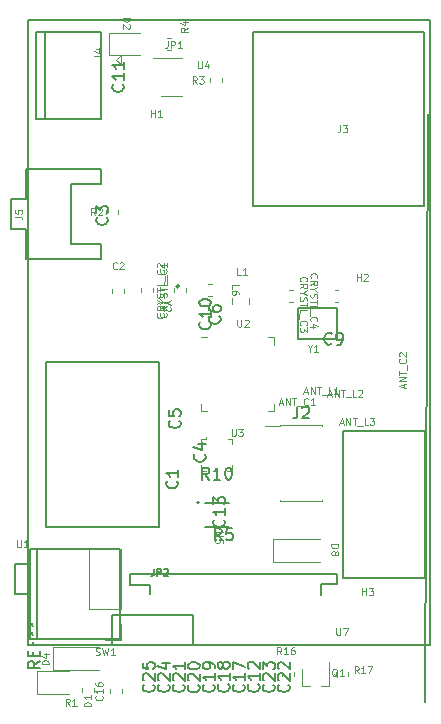
<source format=gbr>
G04 #@! TF.GenerationSoftware,KiCad,Pcbnew,(5.0.1)-rc2*
G04 #@! TF.CreationDate,2019-10-07T13:01:37-07:00*
G04 #@! TF.ProjectId,GPSLogger,4750534C6F676765722E6B696361645F,rev?*
G04 #@! TF.SameCoordinates,Original*
G04 #@! TF.FileFunction,Legend,Top*
G04 #@! TF.FilePolarity,Positive*
%FSLAX46Y46*%
G04 Gerber Fmt 4.6, Leading zero omitted, Abs format (unit mm)*
G04 Created by KiCad (PCBNEW (5.0.1)-rc2) date 10/7/2019 1:01:37 PM*
%MOMM*%
%LPD*%
G01*
G04 APERTURE LIST*
%ADD10C,0.200000*%
%ADD11C,0.150000*%
%ADD12C,0.120000*%
%ADD13C,0.100000*%
%ADD14C,0.090000*%
%ADD15C,0.127000*%
G04 APERTURE END LIST*
D10*
X165000000Y-98000000D02*
X158000000Y-98000000D01*
X165000000Y-110500000D02*
X165000000Y-98000000D01*
X158000000Y-110500000D02*
X165000000Y-110500000D01*
X158000000Y-98000000D02*
X158000000Y-110500000D01*
X165000000Y-121000000D02*
X165254000Y-71216000D01*
X144179421Y-85786000D02*
G75*
G03X144179421Y-85786000I-141421J0D01*
G01*
D11*
G04 #@! TO.C,J5*
X129960000Y-80970000D02*
X129960000Y-78430000D01*
X129960000Y-78430000D02*
X131230000Y-78430000D01*
X131230000Y-78430000D02*
X131230000Y-75890000D01*
X131230000Y-75890000D02*
X137580000Y-75890000D01*
X137580000Y-75890000D02*
X137580000Y-77160000D01*
X137580000Y-77160000D02*
X135040000Y-77160000D01*
X135040000Y-77160000D02*
X135040000Y-82240000D01*
X135040000Y-82240000D02*
X137580000Y-82240000D01*
X137580000Y-82240000D02*
X137580000Y-83510000D01*
X137580000Y-83510000D02*
X131230000Y-83510000D01*
X131230000Y-83510000D02*
X131230000Y-80970000D01*
X129960000Y-80970000D02*
X131230000Y-80970000D01*
G04 #@! TO.C,REF\002A\002A*
X145300000Y-113600000D02*
X145300000Y-116200000D01*
X138500000Y-113600000D02*
X145300000Y-113600000D01*
X138500000Y-116200000D02*
X138500000Y-113600000D01*
X131400000Y-116200000D02*
X131400000Y-63200000D01*
X131400000Y-63200000D02*
X165400000Y-63200000D01*
X165400000Y-63200000D02*
X165400000Y-116200000D01*
X165400000Y-116200000D02*
X131400000Y-116200000D01*
D12*
G04 #@! TO.C,Q1*
X155202000Y-119602000D02*
X154542000Y-119602000D01*
X156862000Y-119602000D02*
X156202000Y-119602000D01*
X156862000Y-119602000D02*
X156862000Y-117572000D01*
X154542000Y-118192000D02*
X154542000Y-119602000D01*
D11*
G04 #@! TO.C,J3*
X150376000Y-78994000D02*
X164917500Y-78994000D01*
X164917500Y-78994000D02*
X164917500Y-64262000D01*
X150376000Y-64262000D02*
X164917500Y-64262000D01*
X150376000Y-78994000D02*
X150376000Y-64262000D01*
D12*
G04 #@! TO.C,D4*
X133450000Y-116300000D02*
X133450000Y-118300000D01*
X133450000Y-118300000D02*
X137350000Y-118300000D01*
X133450000Y-116300000D02*
X137350000Y-116300000D01*
G04 #@! TO.C,D8*
X152150000Y-107150000D02*
X152150000Y-109150000D01*
X152150000Y-109150000D02*
X156050000Y-109150000D01*
X152150000Y-107150000D02*
X156050000Y-107150000D01*
G04 #@! TO.C,D1*
X132115000Y-120310000D02*
X134800000Y-120310000D01*
X132115000Y-118390000D02*
X132115000Y-120310000D01*
X134800000Y-118390000D02*
X132115000Y-118390000D01*
G04 #@! TO.C,D2*
X138190500Y-66238000D02*
X140875500Y-66238000D01*
X138190500Y-64318000D02*
X138190500Y-66238000D01*
X140875500Y-64318000D02*
X138190500Y-64318000D01*
G04 #@! TO.C,L1*
X150062000Y-87302078D02*
X150062000Y-86784922D01*
X148642000Y-87302078D02*
X148642000Y-86784922D01*
G04 #@! TO.C,U2*
X151648000Y-90098000D02*
X152218000Y-90098000D01*
X145978000Y-96338000D02*
X145978000Y-95768000D01*
X146548000Y-96338000D02*
X145978000Y-96338000D01*
X152218000Y-96338000D02*
X152218000Y-95768000D01*
X151648000Y-96338000D02*
X152218000Y-96338000D01*
X152218000Y-90718000D02*
X152218000Y-90098000D01*
X145978000Y-90098000D02*
X146548000Y-90098000D01*
G04 #@! TO.C,R2*
X137990000Y-79337221D02*
X137990000Y-79662779D01*
X139010000Y-79337221D02*
X139010000Y-79662779D01*
G04 #@! TO.C,R3*
X146810000Y-68188721D02*
X146810000Y-68514279D01*
X147830000Y-68188721D02*
X147830000Y-68514279D01*
G04 #@! TO.C,R4*
X143444279Y-64768000D02*
X143118721Y-64768000D01*
X143444279Y-65788000D02*
X143118721Y-65788000D01*
G04 #@! TO.C,R16*
X152906000Y-118480721D02*
X152906000Y-118806279D01*
X153926000Y-118480721D02*
X153926000Y-118806279D01*
G04 #@! TO.C,R17*
X157478000Y-118480721D02*
X157478000Y-118806279D01*
X158498000Y-118480721D02*
X158498000Y-118806279D01*
D11*
G04 #@! TO.C,Y1*
X154254200Y-90246200D02*
X157556200Y-90271600D01*
X154228800Y-87604600D02*
X154254200Y-90246200D01*
X157556200Y-87604600D02*
X154228800Y-87604600D01*
X157556200Y-90246200D02*
X157556200Y-87604600D01*
D12*
G04 #@! TO.C,C2*
X138490000Y-86375279D02*
X138490000Y-86049721D01*
X139510000Y-86375279D02*
X139510000Y-86049721D01*
G04 #@! TO.C,C16*
X138290000Y-119887221D02*
X138290000Y-120212779D01*
X139310000Y-119887221D02*
X139310000Y-120212779D01*
G04 #@! TO.C,CRYSTL_C1*
X144782000Y-86268779D02*
X144782000Y-85943221D01*
X143762000Y-86268779D02*
X143762000Y-85943221D01*
G04 #@! TO.C,CRYSTL_C2*
X140968000Y-86243279D02*
X140968000Y-85917721D01*
X141988000Y-86243279D02*
X141988000Y-85917721D01*
G04 #@! TO.C,CRYSTL_C3*
X157317221Y-86104000D02*
X157642779Y-86104000D01*
X157317221Y-87124000D02*
X157642779Y-87124000D01*
G04 #@! TO.C,CRYSTL_C4*
X153807279Y-87124000D02*
X153481721Y-87124000D01*
X153807279Y-86104000D02*
X153481721Y-86104000D01*
G04 #@! TO.C,J4*
X138795000Y-66587000D02*
X139245000Y-66187000D01*
X139245000Y-66187000D02*
X139245000Y-66987000D01*
X139245000Y-66987000D02*
X138795000Y-66587000D01*
D11*
X132080000Y-64262000D02*
X137580000Y-64262000D01*
X137580000Y-64262000D02*
X137580000Y-71662000D01*
X137580000Y-71662000D02*
X132080000Y-71662000D01*
X132080000Y-71662000D02*
X132080000Y-64262000D01*
X132780000Y-64262000D02*
X132780000Y-71662000D01*
X132780000Y-71662000D02*
X132080000Y-71662000D01*
D12*
G04 #@! TO.C,L6*
X146949279Y-85596000D02*
X146623721Y-85596000D01*
X146949279Y-86616000D02*
X146623721Y-86616000D01*
G04 #@! TO.C,R1*
X135940000Y-120150279D02*
X135940000Y-119824721D01*
X136960000Y-120150279D02*
X136960000Y-119824721D01*
D13*
G04 #@! TO.C,U3*
X148678000Y-101426000D02*
X148678000Y-100926000D01*
X148678000Y-101426000D02*
X148178000Y-101426000D01*
X145978000Y-101426000D02*
X145978000Y-100926000D01*
X145978000Y-101426000D02*
X146478000Y-101426000D01*
X146478000Y-98726000D02*
X146478000Y-98526000D01*
X145978000Y-98726000D02*
X145978000Y-99226000D01*
X145978000Y-98726000D02*
X146478000Y-98726000D01*
X148678000Y-98726000D02*
X148678000Y-99101000D01*
X148678000Y-98726000D02*
X148303000Y-98726000D01*
D12*
G04 #@! TO.C,U4*
X142610000Y-69682000D02*
X144410000Y-69682000D01*
X144410000Y-66462000D02*
X141960000Y-66462000D01*
D11*
G04 #@! TO.C,U5*
X146344000Y-106156000D02*
X148344000Y-106156000D01*
X148344000Y-104156000D02*
X146344000Y-104156000D01*
X145814711Y-104106000D02*
G75*
G03X145814711Y-104106000I-70711J0D01*
G01*
G04 #@! TO.C,U7*
X157486000Y-110116000D02*
X139986000Y-110116000D01*
X157486000Y-110116000D02*
X157486000Y-111016000D01*
X157486000Y-111016000D02*
X156186000Y-111016000D01*
X156186000Y-111016000D02*
X156186000Y-111916000D01*
X139986000Y-110116000D02*
X139986000Y-111116000D01*
X139986000Y-111116000D02*
X141686000Y-111116000D01*
X141686000Y-111116000D02*
X141686000Y-111816000D01*
D12*
G04 #@! TO.C,SW1*
X139230000Y-107990000D02*
X136570000Y-107990000D01*
X139230000Y-113130000D02*
X139230000Y-107990000D01*
X136570000Y-113130000D02*
X136570000Y-107990000D01*
X139230000Y-113130000D02*
X136570000Y-113130000D01*
X139230000Y-114400000D02*
X139230000Y-115730000D01*
X139230000Y-115730000D02*
X137900000Y-115730000D01*
D11*
X139170000Y-115670000D02*
X132100000Y-115670000D01*
X139170000Y-108050000D02*
X139170000Y-115670000D01*
X139170000Y-108050000D02*
X132100000Y-108050000D01*
X132100000Y-108050000D02*
X132100000Y-115670000D01*
X131550000Y-115670000D02*
X132820000Y-115670000D01*
X132820000Y-115670000D02*
X131550000Y-115670000D01*
X131550000Y-115670000D02*
X131550000Y-108050000D01*
X131550000Y-108050000D02*
X132820000Y-108050000D01*
X132820000Y-108050000D02*
X131550000Y-108050000D01*
X131550000Y-109320000D02*
X130280000Y-109320000D01*
X130280000Y-109320000D02*
X130280000Y-110590000D01*
X130280000Y-110590000D02*
X130280000Y-111860000D01*
X130280000Y-111860000D02*
X131550000Y-111860000D01*
G04 #@! TO.C,U1*
X142494000Y-92172000D02*
X132894000Y-92172000D01*
X132894000Y-92172000D02*
X132894000Y-106172000D01*
X142494000Y-106172000D02*
X142494000Y-92172000D01*
X142494000Y-106172000D02*
X132894000Y-106172000D01*
D12*
G04 #@! TO.C,J2*
X152735000Y-97515000D02*
X156265000Y-97515000D01*
X152735000Y-103985000D02*
X156265000Y-103985000D01*
X151410000Y-97580000D02*
X152735000Y-97580000D01*
X152735000Y-97515000D02*
X152735000Y-97580000D01*
X156265000Y-97515000D02*
X156265000Y-97580000D01*
X152735000Y-103920000D02*
X152735000Y-103985000D01*
X156265000Y-103920000D02*
X156265000Y-103985000D01*
G04 #@! TO.C,J5*
D14*
X130266428Y-79900000D02*
X130695000Y-79900000D01*
X130780714Y-79928571D01*
X130837857Y-79985714D01*
X130866428Y-80071428D01*
X130866428Y-80128571D01*
X130266428Y-79328571D02*
X130266428Y-79614285D01*
X130552142Y-79642857D01*
X130523571Y-79614285D01*
X130495000Y-79557142D01*
X130495000Y-79414285D01*
X130523571Y-79357142D01*
X130552142Y-79328571D01*
X130609285Y-79300000D01*
X130752142Y-79300000D01*
X130809285Y-79328571D01*
X130837857Y-79357142D01*
X130866428Y-79414285D01*
X130866428Y-79557142D01*
X130837857Y-79614285D01*
X130809285Y-79642857D01*
G04 #@! TO.C,REF\002A\002A*
D11*
X132352380Y-117533333D02*
X131876190Y-117866666D01*
X132352380Y-118104761D02*
X131352380Y-118104761D01*
X131352380Y-117723809D01*
X131400000Y-117628571D01*
X131447619Y-117580952D01*
X131542857Y-117533333D01*
X131685714Y-117533333D01*
X131780952Y-117580952D01*
X131828571Y-117628571D01*
X131876190Y-117723809D01*
X131876190Y-118104761D01*
X131828571Y-117104761D02*
X131828571Y-116771428D01*
X132352380Y-116628571D02*
X132352380Y-117104761D01*
X131352380Y-117104761D01*
X131352380Y-116628571D01*
X131828571Y-115866666D02*
X131828571Y-116200000D01*
X132352380Y-116200000D02*
X131352380Y-116200000D01*
X131352380Y-115723809D01*
X131352380Y-115200000D02*
X131590476Y-115200000D01*
X131495238Y-115438095D02*
X131590476Y-115200000D01*
X131495238Y-114961904D01*
X131780952Y-115342857D02*
X131590476Y-115200000D01*
X131780952Y-115057142D01*
X131352380Y-114438095D02*
X131590476Y-114438095D01*
X131495238Y-114676190D02*
X131590476Y-114438095D01*
X131495238Y-114200000D01*
X131780952Y-114580952D02*
X131590476Y-114438095D01*
X131780952Y-114295238D01*
G04 #@! TO.C,Q1*
D14*
X157549357Y-118835571D02*
X157492214Y-118807000D01*
X157435071Y-118749857D01*
X157349357Y-118664142D01*
X157292214Y-118635571D01*
X157235071Y-118635571D01*
X157263642Y-118778428D02*
X157206500Y-118749857D01*
X157149357Y-118692714D01*
X157120785Y-118578428D01*
X157120785Y-118378428D01*
X157149357Y-118264142D01*
X157206500Y-118207000D01*
X157263642Y-118178428D01*
X157377928Y-118178428D01*
X157435071Y-118207000D01*
X157492214Y-118264142D01*
X157520785Y-118378428D01*
X157520785Y-118578428D01*
X157492214Y-118692714D01*
X157435071Y-118749857D01*
X157377928Y-118778428D01*
X157263642Y-118778428D01*
X158092214Y-118778428D02*
X157749357Y-118778428D01*
X157920785Y-118778428D02*
X157920785Y-118178428D01*
X157863642Y-118264142D01*
X157806500Y-118321285D01*
X157749357Y-118349857D01*
G04 #@! TO.C,J3*
X157810000Y-72157428D02*
X157810000Y-72586000D01*
X157781428Y-72671714D01*
X157724285Y-72728857D01*
X157638571Y-72757428D01*
X157581428Y-72757428D01*
X158038571Y-72157428D02*
X158410000Y-72157428D01*
X158210000Y-72386000D01*
X158295714Y-72386000D01*
X158352857Y-72414571D01*
X158381428Y-72443142D01*
X158410000Y-72500285D01*
X158410000Y-72643142D01*
X158381428Y-72700285D01*
X158352857Y-72728857D01*
X158295714Y-72757428D01*
X158124285Y-72757428D01*
X158067142Y-72728857D01*
X158038571Y-72700285D01*
G04 #@! TO.C,D4*
X133113928Y-117806357D02*
X132513928Y-117806357D01*
X132513928Y-117663500D01*
X132542500Y-117577785D01*
X132599642Y-117520642D01*
X132656785Y-117492071D01*
X132771071Y-117463500D01*
X132856785Y-117463500D01*
X132971071Y-117492071D01*
X133028214Y-117520642D01*
X133085357Y-117577785D01*
X133113928Y-117663500D01*
X133113928Y-117806357D01*
X132713928Y-116949214D02*
X133113928Y-116949214D01*
X132485357Y-117092071D02*
X132913928Y-117234928D01*
X132913928Y-116863500D01*
G04 #@! TO.C,D8*
X157049571Y-107643642D02*
X157649571Y-107643642D01*
X157649571Y-107786500D01*
X157621000Y-107872214D01*
X157563857Y-107929357D01*
X157506714Y-107957928D01*
X157392428Y-107986500D01*
X157306714Y-107986500D01*
X157192428Y-107957928D01*
X157135285Y-107929357D01*
X157078142Y-107872214D01*
X157049571Y-107786500D01*
X157049571Y-107643642D01*
X157392428Y-108329357D02*
X157421000Y-108272214D01*
X157449571Y-108243642D01*
X157506714Y-108215071D01*
X157535285Y-108215071D01*
X157592428Y-108243642D01*
X157621000Y-108272214D01*
X157649571Y-108329357D01*
X157649571Y-108443642D01*
X157621000Y-108500785D01*
X157592428Y-108529357D01*
X157535285Y-108557928D01*
X157506714Y-108557928D01*
X157449571Y-108529357D01*
X157421000Y-108500785D01*
X157392428Y-108443642D01*
X157392428Y-108329357D01*
X157363857Y-108272214D01*
X157335285Y-108243642D01*
X157278142Y-108215071D01*
X157163857Y-108215071D01*
X157106714Y-108243642D01*
X157078142Y-108272214D01*
X157049571Y-108329357D01*
X157049571Y-108443642D01*
X157078142Y-108500785D01*
X157106714Y-108529357D01*
X157163857Y-108557928D01*
X157278142Y-108557928D01*
X157335285Y-108529357D01*
X157363857Y-108500785D01*
X157392428Y-108443642D01*
G04 #@! TO.C,D1*
X136710728Y-121342257D02*
X136110728Y-121342257D01*
X136110728Y-121199400D01*
X136139300Y-121113685D01*
X136196442Y-121056542D01*
X136253585Y-121027971D01*
X136367871Y-120999400D01*
X136453585Y-120999400D01*
X136567871Y-121027971D01*
X136625014Y-121056542D01*
X136682157Y-121113685D01*
X136710728Y-121199400D01*
X136710728Y-121342257D01*
X136710728Y-120427971D02*
X136710728Y-120770828D01*
X136710728Y-120599400D02*
X136110728Y-120599400D01*
X136196442Y-120656542D01*
X136253585Y-120713685D01*
X136282157Y-120770828D01*
G04 #@! TO.C,D2*
X139408571Y-63048942D02*
X140008571Y-63048942D01*
X140008571Y-63191800D01*
X139980000Y-63277514D01*
X139922857Y-63334657D01*
X139865714Y-63363228D01*
X139751428Y-63391800D01*
X139665714Y-63391800D01*
X139551428Y-63363228D01*
X139494285Y-63334657D01*
X139437142Y-63277514D01*
X139408571Y-63191800D01*
X139408571Y-63048942D01*
X139951428Y-63620371D02*
X139980000Y-63648942D01*
X140008571Y-63706085D01*
X140008571Y-63848942D01*
X139980000Y-63906085D01*
X139951428Y-63934657D01*
X139894285Y-63963228D01*
X139837142Y-63963228D01*
X139751428Y-63934657D01*
X139408571Y-63591800D01*
X139408571Y-63963228D01*
G04 #@! TO.C,L1*
X149384500Y-84819928D02*
X149098785Y-84819928D01*
X149098785Y-84219928D01*
X149898785Y-84819928D02*
X149555928Y-84819928D01*
X149727357Y-84819928D02*
X149727357Y-84219928D01*
X149670214Y-84305642D01*
X149613071Y-84362785D01*
X149555928Y-84391357D01*
G04 #@! TO.C,U2*
X149096931Y-88607902D02*
X149096931Y-89093616D01*
X149125502Y-89150759D01*
X149154074Y-89179331D01*
X149211216Y-89207902D01*
X149325502Y-89207902D01*
X149382645Y-89179331D01*
X149411216Y-89150759D01*
X149439788Y-89093616D01*
X149439788Y-88607902D01*
X149696931Y-88665045D02*
X149725502Y-88636474D01*
X149782645Y-88607902D01*
X149925502Y-88607902D01*
X149982645Y-88636474D01*
X150011216Y-88665045D01*
X150039788Y-88722188D01*
X150039788Y-88779331D01*
X150011216Y-88865045D01*
X149668359Y-89207902D01*
X150039788Y-89207902D01*
G04 #@! TO.C,JP1*
X143193400Y-65045428D02*
X143193400Y-65474000D01*
X143164828Y-65559714D01*
X143107685Y-65616857D01*
X143021971Y-65645428D01*
X142964828Y-65645428D01*
X143479114Y-65645428D02*
X143479114Y-65045428D01*
X143707685Y-65045428D01*
X143764828Y-65074000D01*
X143793400Y-65102571D01*
X143821971Y-65159714D01*
X143821971Y-65245428D01*
X143793400Y-65302571D01*
X143764828Y-65331142D01*
X143707685Y-65359714D01*
X143479114Y-65359714D01*
X144393400Y-65645428D02*
X144050542Y-65645428D01*
X144221971Y-65645428D02*
X144221971Y-65045428D01*
X144164828Y-65131142D01*
X144107685Y-65188285D01*
X144050542Y-65216857D01*
G04 #@! TO.C,R2*
X137062000Y-79765928D02*
X136862000Y-79480214D01*
X136719142Y-79765928D02*
X136719142Y-79165928D01*
X136947714Y-79165928D01*
X137004857Y-79194500D01*
X137033428Y-79223071D01*
X137062000Y-79280214D01*
X137062000Y-79365928D01*
X137033428Y-79423071D01*
X137004857Y-79451642D01*
X136947714Y-79480214D01*
X136719142Y-79480214D01*
X137290571Y-79223071D02*
X137319142Y-79194500D01*
X137376285Y-79165928D01*
X137519142Y-79165928D01*
X137576285Y-79194500D01*
X137604857Y-79223071D01*
X137633428Y-79280214D01*
X137633428Y-79337357D01*
X137604857Y-79423071D01*
X137262000Y-79765928D01*
X137633428Y-79765928D01*
G04 #@! TO.C,R3*
X145657900Y-68622928D02*
X145457900Y-68337214D01*
X145315042Y-68622928D02*
X145315042Y-68022928D01*
X145543614Y-68022928D01*
X145600757Y-68051500D01*
X145629328Y-68080071D01*
X145657900Y-68137214D01*
X145657900Y-68222928D01*
X145629328Y-68280071D01*
X145600757Y-68308642D01*
X145543614Y-68337214D01*
X145315042Y-68337214D01*
X145857900Y-68022928D02*
X146229328Y-68022928D01*
X146029328Y-68251500D01*
X146115042Y-68251500D01*
X146172185Y-68280071D01*
X146200757Y-68308642D01*
X146229328Y-68365785D01*
X146229328Y-68508642D01*
X146200757Y-68565785D01*
X146172185Y-68594357D01*
X146115042Y-68622928D01*
X145943614Y-68622928D01*
X145886471Y-68594357D01*
X145857900Y-68565785D01*
G04 #@! TO.C,R4*
X144899228Y-63904800D02*
X144613514Y-64104800D01*
X144899228Y-64247657D02*
X144299228Y-64247657D01*
X144299228Y-64019085D01*
X144327800Y-63961942D01*
X144356371Y-63933371D01*
X144413514Y-63904800D01*
X144499228Y-63904800D01*
X144556371Y-63933371D01*
X144584942Y-63961942D01*
X144613514Y-64019085D01*
X144613514Y-64247657D01*
X144499228Y-63390514D02*
X144899228Y-63390514D01*
X144270657Y-63533371D02*
X144699228Y-63676228D01*
X144699228Y-63304800D01*
G04 #@! TO.C,R16*
X152813485Y-116963028D02*
X152613485Y-116677314D01*
X152470628Y-116963028D02*
X152470628Y-116363028D01*
X152699200Y-116363028D01*
X152756342Y-116391600D01*
X152784914Y-116420171D01*
X152813485Y-116477314D01*
X152813485Y-116563028D01*
X152784914Y-116620171D01*
X152756342Y-116648742D01*
X152699200Y-116677314D01*
X152470628Y-116677314D01*
X153384914Y-116963028D02*
X153042057Y-116963028D01*
X153213485Y-116963028D02*
X153213485Y-116363028D01*
X153156342Y-116448742D01*
X153099200Y-116505885D01*
X153042057Y-116534457D01*
X153899200Y-116363028D02*
X153784914Y-116363028D01*
X153727771Y-116391600D01*
X153699200Y-116420171D01*
X153642057Y-116505885D01*
X153613485Y-116620171D01*
X153613485Y-116848742D01*
X153642057Y-116905885D01*
X153670628Y-116934457D01*
X153727771Y-116963028D01*
X153842057Y-116963028D01*
X153899200Y-116934457D01*
X153927771Y-116905885D01*
X153956342Y-116848742D01*
X153956342Y-116705885D01*
X153927771Y-116648742D01*
X153899200Y-116620171D01*
X153842057Y-116591600D01*
X153727771Y-116591600D01*
X153670628Y-116620171D01*
X153642057Y-116648742D01*
X153613485Y-116705885D01*
G04 #@! TO.C,R17*
X159358285Y-118563028D02*
X159158285Y-118277314D01*
X159015428Y-118563028D02*
X159015428Y-117963028D01*
X159244000Y-117963028D01*
X159301142Y-117991600D01*
X159329714Y-118020171D01*
X159358285Y-118077314D01*
X159358285Y-118163028D01*
X159329714Y-118220171D01*
X159301142Y-118248742D01*
X159244000Y-118277314D01*
X159015428Y-118277314D01*
X159929714Y-118563028D02*
X159586857Y-118563028D01*
X159758285Y-118563028D02*
X159758285Y-117963028D01*
X159701142Y-118048742D01*
X159644000Y-118105885D01*
X159586857Y-118134457D01*
X160129714Y-117963028D02*
X160529714Y-117963028D01*
X160272571Y-118563028D01*
G04 #@! TO.C,Y1*
X155240285Y-91047714D02*
X155240285Y-91333428D01*
X155040285Y-90733428D02*
X155240285Y-91047714D01*
X155440285Y-90733428D01*
X155954571Y-91333428D02*
X155611714Y-91333428D01*
X155783142Y-91333428D02*
X155783142Y-90733428D01*
X155726000Y-90819142D01*
X155668857Y-90876285D01*
X155611714Y-90904857D01*
G04 #@! TO.C,Y2*
X143123785Y-87174285D02*
X142838071Y-87174285D01*
X143438071Y-86974285D02*
X143123785Y-87174285D01*
X143438071Y-87374285D01*
X143380928Y-87545714D02*
X143409500Y-87574285D01*
X143438071Y-87631428D01*
X143438071Y-87774285D01*
X143409500Y-87831428D01*
X143380928Y-87860000D01*
X143323785Y-87888571D01*
X143266642Y-87888571D01*
X143180928Y-87860000D01*
X142838071Y-87517142D01*
X142838071Y-87888571D01*
G04 #@! TO.C,ANT_C1*
X152648900Y-95697000D02*
X152934614Y-95697000D01*
X152591757Y-95868428D02*
X152791757Y-95268428D01*
X152991757Y-95868428D01*
X153191757Y-95868428D02*
X153191757Y-95268428D01*
X153534614Y-95868428D01*
X153534614Y-95268428D01*
X153734614Y-95268428D02*
X154077471Y-95268428D01*
X153906042Y-95868428D02*
X153906042Y-95268428D01*
X154134614Y-95925571D02*
X154591757Y-95925571D01*
X155077471Y-95811285D02*
X155048900Y-95839857D01*
X154963185Y-95868428D01*
X154906042Y-95868428D01*
X154820328Y-95839857D01*
X154763185Y-95782714D01*
X154734614Y-95725571D01*
X154706042Y-95611285D01*
X154706042Y-95525571D01*
X154734614Y-95411285D01*
X154763185Y-95354142D01*
X154820328Y-95297000D01*
X154906042Y-95268428D01*
X154963185Y-95268428D01*
X155048900Y-95297000D01*
X155077471Y-95325571D01*
X155648900Y-95868428D02*
X155306042Y-95868428D01*
X155477471Y-95868428D02*
X155477471Y-95268428D01*
X155420328Y-95354142D01*
X155363185Y-95411285D01*
X155306042Y-95439857D01*
G04 #@! TO.C,ANT_C2*
X163216000Y-94372000D02*
X163216000Y-94086285D01*
X163387428Y-94429142D02*
X162787428Y-94229142D01*
X163387428Y-94029142D01*
X163387428Y-93829142D02*
X162787428Y-93829142D01*
X163387428Y-93486285D01*
X162787428Y-93486285D01*
X162787428Y-93286285D02*
X162787428Y-92943428D01*
X163387428Y-93114857D02*
X162787428Y-93114857D01*
X163444571Y-92886285D02*
X163444571Y-92429142D01*
X163330285Y-91943428D02*
X163358857Y-91972000D01*
X163387428Y-92057714D01*
X163387428Y-92114857D01*
X163358857Y-92200571D01*
X163301714Y-92257714D01*
X163244571Y-92286285D01*
X163130285Y-92314857D01*
X163044571Y-92314857D01*
X162930285Y-92286285D01*
X162873142Y-92257714D01*
X162816000Y-92200571D01*
X162787428Y-92114857D01*
X162787428Y-92057714D01*
X162816000Y-91972000D01*
X162844571Y-91943428D01*
X162844571Y-91714857D02*
X162816000Y-91686285D01*
X162787428Y-91629142D01*
X162787428Y-91486285D01*
X162816000Y-91429142D01*
X162844571Y-91400571D01*
X162901714Y-91372000D01*
X162958857Y-91372000D01*
X163044571Y-91400571D01*
X163387428Y-91743428D01*
X163387428Y-91372000D01*
G04 #@! TO.C,ANT_L1*
X154744142Y-94742000D02*
X155029857Y-94742000D01*
X154687000Y-94913428D02*
X154887000Y-94313428D01*
X155087000Y-94913428D01*
X155287000Y-94913428D02*
X155287000Y-94313428D01*
X155629857Y-94913428D01*
X155629857Y-94313428D01*
X155829857Y-94313428D02*
X156172714Y-94313428D01*
X156001285Y-94913428D02*
X156001285Y-94313428D01*
X156229857Y-94970571D02*
X156687000Y-94970571D01*
X157115571Y-94913428D02*
X156829857Y-94913428D01*
X156829857Y-94313428D01*
X157629857Y-94913428D02*
X157287000Y-94913428D01*
X157458428Y-94913428D02*
X157458428Y-94313428D01*
X157401285Y-94399142D01*
X157344142Y-94456285D01*
X157287000Y-94484857D01*
G04 #@! TO.C,ANT_L2*
X156773142Y-94972000D02*
X157058857Y-94972000D01*
X156716000Y-95143428D02*
X156916000Y-94543428D01*
X157116000Y-95143428D01*
X157316000Y-95143428D02*
X157316000Y-94543428D01*
X157658857Y-95143428D01*
X157658857Y-94543428D01*
X157858857Y-94543428D02*
X158201714Y-94543428D01*
X158030285Y-95143428D02*
X158030285Y-94543428D01*
X158258857Y-95200571D02*
X158716000Y-95200571D01*
X159144571Y-95143428D02*
X158858857Y-95143428D01*
X158858857Y-94543428D01*
X159316000Y-94600571D02*
X159344571Y-94572000D01*
X159401714Y-94543428D01*
X159544571Y-94543428D01*
X159601714Y-94572000D01*
X159630285Y-94600571D01*
X159658857Y-94657714D01*
X159658857Y-94714857D01*
X159630285Y-94800571D01*
X159287428Y-95143428D01*
X159658857Y-95143428D01*
G04 #@! TO.C,ANT_L3*
X157773142Y-97372000D02*
X158058857Y-97372000D01*
X157716000Y-97543428D02*
X157916000Y-96943428D01*
X158116000Y-97543428D01*
X158316000Y-97543428D02*
X158316000Y-96943428D01*
X158658857Y-97543428D01*
X158658857Y-96943428D01*
X158858857Y-96943428D02*
X159201714Y-96943428D01*
X159030285Y-97543428D02*
X159030285Y-96943428D01*
X159258857Y-97600571D02*
X159716000Y-97600571D01*
X160144571Y-97543428D02*
X159858857Y-97543428D01*
X159858857Y-96943428D01*
X160287428Y-96943428D02*
X160658857Y-96943428D01*
X160458857Y-97172000D01*
X160544571Y-97172000D01*
X160601714Y-97200571D01*
X160630285Y-97229142D01*
X160658857Y-97286285D01*
X160658857Y-97429142D01*
X160630285Y-97486285D01*
X160601714Y-97514857D01*
X160544571Y-97543428D01*
X160373142Y-97543428D01*
X160316000Y-97514857D01*
X160287428Y-97486285D01*
G04 #@! TO.C,C2*
X138900000Y-84305785D02*
X138871428Y-84334357D01*
X138785714Y-84362928D01*
X138728571Y-84362928D01*
X138642857Y-84334357D01*
X138585714Y-84277214D01*
X138557142Y-84220071D01*
X138528571Y-84105785D01*
X138528571Y-84020071D01*
X138557142Y-83905785D01*
X138585714Y-83848642D01*
X138642857Y-83791500D01*
X138728571Y-83762928D01*
X138785714Y-83762928D01*
X138871428Y-83791500D01*
X138900000Y-83820071D01*
X139128571Y-83820071D02*
X139157142Y-83791500D01*
X139214285Y-83762928D01*
X139357142Y-83762928D01*
X139414285Y-83791500D01*
X139442857Y-83820071D01*
X139471428Y-83877214D01*
X139471428Y-83934357D01*
X139442857Y-84020071D01*
X139100000Y-84362928D01*
X139471428Y-84362928D01*
G04 #@! TO.C,C16*
X137617285Y-120461214D02*
X137645857Y-120489785D01*
X137674428Y-120575500D01*
X137674428Y-120632642D01*
X137645857Y-120718357D01*
X137588714Y-120775500D01*
X137531571Y-120804071D01*
X137417285Y-120832642D01*
X137331571Y-120832642D01*
X137217285Y-120804071D01*
X137160142Y-120775500D01*
X137103000Y-120718357D01*
X137074428Y-120632642D01*
X137074428Y-120575500D01*
X137103000Y-120489785D01*
X137131571Y-120461214D01*
X137674428Y-119889785D02*
X137674428Y-120232642D01*
X137674428Y-120061214D02*
X137074428Y-120061214D01*
X137160142Y-120118357D01*
X137217285Y-120175500D01*
X137245857Y-120232642D01*
X137074428Y-119375500D02*
X137074428Y-119489785D01*
X137103000Y-119546928D01*
X137131571Y-119575500D01*
X137217285Y-119632642D01*
X137331571Y-119661214D01*
X137560142Y-119661214D01*
X137617285Y-119632642D01*
X137645857Y-119604071D01*
X137674428Y-119546928D01*
X137674428Y-119432642D01*
X137645857Y-119375500D01*
X137617285Y-119346928D01*
X137560142Y-119318357D01*
X137417285Y-119318357D01*
X137360142Y-119346928D01*
X137331571Y-119375500D01*
X137303000Y-119432642D01*
X137303000Y-119546928D01*
X137331571Y-119604071D01*
X137360142Y-119632642D01*
X137417285Y-119661214D01*
G04 #@! TO.C,CRYSTL_C1*
X143056285Y-88048857D02*
X143084857Y-88077428D01*
X143113428Y-88163142D01*
X143113428Y-88220285D01*
X143084857Y-88306000D01*
X143027714Y-88363142D01*
X142970571Y-88391714D01*
X142856285Y-88420285D01*
X142770571Y-88420285D01*
X142656285Y-88391714D01*
X142599142Y-88363142D01*
X142542000Y-88306000D01*
X142513428Y-88220285D01*
X142513428Y-88163142D01*
X142542000Y-88077428D01*
X142570571Y-88048857D01*
X143113428Y-87448857D02*
X142827714Y-87648857D01*
X143113428Y-87791714D02*
X142513428Y-87791714D01*
X142513428Y-87563142D01*
X142542000Y-87506000D01*
X142570571Y-87477428D01*
X142627714Y-87448857D01*
X142713428Y-87448857D01*
X142770571Y-87477428D01*
X142799142Y-87506000D01*
X142827714Y-87563142D01*
X142827714Y-87791714D01*
X142827714Y-87077428D02*
X143113428Y-87077428D01*
X142513428Y-87277428D02*
X142827714Y-87077428D01*
X142513428Y-86877428D01*
X143084857Y-86706000D02*
X143113428Y-86620285D01*
X143113428Y-86477428D01*
X143084857Y-86420285D01*
X143056285Y-86391714D01*
X142999142Y-86363142D01*
X142942000Y-86363142D01*
X142884857Y-86391714D01*
X142856285Y-86420285D01*
X142827714Y-86477428D01*
X142799142Y-86591714D01*
X142770571Y-86648857D01*
X142742000Y-86677428D01*
X142684857Y-86706000D01*
X142627714Y-86706000D01*
X142570571Y-86677428D01*
X142542000Y-86648857D01*
X142513428Y-86591714D01*
X142513428Y-86448857D01*
X142542000Y-86363142D01*
X142513428Y-86191714D02*
X142513428Y-85848857D01*
X143113428Y-86020285D02*
X142513428Y-86020285D01*
X143113428Y-85363142D02*
X143113428Y-85648857D01*
X142513428Y-85648857D01*
X143170571Y-85306000D02*
X143170571Y-84848857D01*
X143056285Y-84363142D02*
X143084857Y-84391714D01*
X143113428Y-84477428D01*
X143113428Y-84534571D01*
X143084857Y-84620285D01*
X143027714Y-84677428D01*
X142970571Y-84706000D01*
X142856285Y-84734571D01*
X142770571Y-84734571D01*
X142656285Y-84706000D01*
X142599142Y-84677428D01*
X142542000Y-84620285D01*
X142513428Y-84534571D01*
X142513428Y-84477428D01*
X142542000Y-84391714D01*
X142570571Y-84363142D01*
X143113428Y-83791714D02*
X143113428Y-84134571D01*
X143113428Y-83963142D02*
X142513428Y-83963142D01*
X142599142Y-84020285D01*
X142656285Y-84077428D01*
X142684857Y-84134571D01*
G04 #@! TO.C,CRYSTL_C2*
X142809785Y-88091357D02*
X142838357Y-88119928D01*
X142866928Y-88205642D01*
X142866928Y-88262785D01*
X142838357Y-88348500D01*
X142781214Y-88405642D01*
X142724071Y-88434214D01*
X142609785Y-88462785D01*
X142524071Y-88462785D01*
X142409785Y-88434214D01*
X142352642Y-88405642D01*
X142295500Y-88348500D01*
X142266928Y-88262785D01*
X142266928Y-88205642D01*
X142295500Y-88119928D01*
X142324071Y-88091357D01*
X142866928Y-87491357D02*
X142581214Y-87691357D01*
X142866928Y-87834214D02*
X142266928Y-87834214D01*
X142266928Y-87605642D01*
X142295500Y-87548500D01*
X142324071Y-87519928D01*
X142381214Y-87491357D01*
X142466928Y-87491357D01*
X142524071Y-87519928D01*
X142552642Y-87548500D01*
X142581214Y-87605642D01*
X142581214Y-87834214D01*
X142581214Y-87119928D02*
X142866928Y-87119928D01*
X142266928Y-87319928D02*
X142581214Y-87119928D01*
X142266928Y-86919928D01*
X142838357Y-86748500D02*
X142866928Y-86662785D01*
X142866928Y-86519928D01*
X142838357Y-86462785D01*
X142809785Y-86434214D01*
X142752642Y-86405642D01*
X142695500Y-86405642D01*
X142638357Y-86434214D01*
X142609785Y-86462785D01*
X142581214Y-86519928D01*
X142552642Y-86634214D01*
X142524071Y-86691357D01*
X142495500Y-86719928D01*
X142438357Y-86748500D01*
X142381214Y-86748500D01*
X142324071Y-86719928D01*
X142295500Y-86691357D01*
X142266928Y-86634214D01*
X142266928Y-86491357D01*
X142295500Y-86405642D01*
X142266928Y-86234214D02*
X142266928Y-85891357D01*
X142866928Y-86062785D02*
X142266928Y-86062785D01*
X142866928Y-85405642D02*
X142866928Y-85691357D01*
X142266928Y-85691357D01*
X142924071Y-85348500D02*
X142924071Y-84891357D01*
X142809785Y-84405642D02*
X142838357Y-84434214D01*
X142866928Y-84519928D01*
X142866928Y-84577071D01*
X142838357Y-84662785D01*
X142781214Y-84719928D01*
X142724071Y-84748500D01*
X142609785Y-84777071D01*
X142524071Y-84777071D01*
X142409785Y-84748500D01*
X142352642Y-84719928D01*
X142295500Y-84662785D01*
X142266928Y-84577071D01*
X142266928Y-84519928D01*
X142295500Y-84434214D01*
X142324071Y-84405642D01*
X142324071Y-84177071D02*
X142295500Y-84148500D01*
X142266928Y-84091357D01*
X142266928Y-83948500D01*
X142295500Y-83891357D01*
X142324071Y-83862785D01*
X142381214Y-83834214D01*
X142438357Y-83834214D01*
X142524071Y-83862785D01*
X142866928Y-84205642D01*
X142866928Y-83834214D01*
G04 #@! TO.C,CRYSTL_C3*
X154453214Y-85371142D02*
X154424642Y-85342571D01*
X154396071Y-85256857D01*
X154396071Y-85199714D01*
X154424642Y-85114000D01*
X154481785Y-85056857D01*
X154538928Y-85028285D01*
X154653214Y-84999714D01*
X154738928Y-84999714D01*
X154853214Y-85028285D01*
X154910357Y-85056857D01*
X154967500Y-85114000D01*
X154996071Y-85199714D01*
X154996071Y-85256857D01*
X154967500Y-85342571D01*
X154938928Y-85371142D01*
X154396071Y-85971142D02*
X154681785Y-85771142D01*
X154396071Y-85628285D02*
X154996071Y-85628285D01*
X154996071Y-85856857D01*
X154967500Y-85914000D01*
X154938928Y-85942571D01*
X154881785Y-85971142D01*
X154796071Y-85971142D01*
X154738928Y-85942571D01*
X154710357Y-85914000D01*
X154681785Y-85856857D01*
X154681785Y-85628285D01*
X154681785Y-86342571D02*
X154396071Y-86342571D01*
X154996071Y-86142571D02*
X154681785Y-86342571D01*
X154996071Y-86542571D01*
X154424642Y-86714000D02*
X154396071Y-86799714D01*
X154396071Y-86942571D01*
X154424642Y-86999714D01*
X154453214Y-87028285D01*
X154510357Y-87056857D01*
X154567500Y-87056857D01*
X154624642Y-87028285D01*
X154653214Y-86999714D01*
X154681785Y-86942571D01*
X154710357Y-86828285D01*
X154738928Y-86771142D01*
X154767500Y-86742571D01*
X154824642Y-86714000D01*
X154881785Y-86714000D01*
X154938928Y-86742571D01*
X154967500Y-86771142D01*
X154996071Y-86828285D01*
X154996071Y-86971142D01*
X154967500Y-87056857D01*
X154996071Y-87228285D02*
X154996071Y-87571142D01*
X154396071Y-87399714D02*
X154996071Y-87399714D01*
X154396071Y-88056857D02*
X154396071Y-87771142D01*
X154996071Y-87771142D01*
X154338928Y-88114000D02*
X154338928Y-88571142D01*
X154453214Y-89056857D02*
X154424642Y-89028285D01*
X154396071Y-88942571D01*
X154396071Y-88885428D01*
X154424642Y-88799714D01*
X154481785Y-88742571D01*
X154538928Y-88714000D01*
X154653214Y-88685428D01*
X154738928Y-88685428D01*
X154853214Y-88714000D01*
X154910357Y-88742571D01*
X154967500Y-88799714D01*
X154996071Y-88885428D01*
X154996071Y-88942571D01*
X154967500Y-89028285D01*
X154938928Y-89056857D01*
X154996071Y-89256857D02*
X154996071Y-89628285D01*
X154767500Y-89428285D01*
X154767500Y-89514000D01*
X154738928Y-89571142D01*
X154710357Y-89599714D01*
X154653214Y-89628285D01*
X154510357Y-89628285D01*
X154453214Y-89599714D01*
X154424642Y-89571142D01*
X154396071Y-89514000D01*
X154396071Y-89342571D01*
X154424642Y-89285428D01*
X154453214Y-89256857D01*
G04 #@! TO.C,CRYSTL_C4*
X155330214Y-85071142D02*
X155301642Y-85042571D01*
X155273071Y-84956857D01*
X155273071Y-84899714D01*
X155301642Y-84814000D01*
X155358785Y-84756857D01*
X155415928Y-84728285D01*
X155530214Y-84699714D01*
X155615928Y-84699714D01*
X155730214Y-84728285D01*
X155787357Y-84756857D01*
X155844500Y-84814000D01*
X155873071Y-84899714D01*
X155873071Y-84956857D01*
X155844500Y-85042571D01*
X155815928Y-85071142D01*
X155273071Y-85671142D02*
X155558785Y-85471142D01*
X155273071Y-85328285D02*
X155873071Y-85328285D01*
X155873071Y-85556857D01*
X155844500Y-85614000D01*
X155815928Y-85642571D01*
X155758785Y-85671142D01*
X155673071Y-85671142D01*
X155615928Y-85642571D01*
X155587357Y-85614000D01*
X155558785Y-85556857D01*
X155558785Y-85328285D01*
X155558785Y-86042571D02*
X155273071Y-86042571D01*
X155873071Y-85842571D02*
X155558785Y-86042571D01*
X155873071Y-86242571D01*
X155301642Y-86414000D02*
X155273071Y-86499714D01*
X155273071Y-86642571D01*
X155301642Y-86699714D01*
X155330214Y-86728285D01*
X155387357Y-86756857D01*
X155444500Y-86756857D01*
X155501642Y-86728285D01*
X155530214Y-86699714D01*
X155558785Y-86642571D01*
X155587357Y-86528285D01*
X155615928Y-86471142D01*
X155644500Y-86442571D01*
X155701642Y-86414000D01*
X155758785Y-86414000D01*
X155815928Y-86442571D01*
X155844500Y-86471142D01*
X155873071Y-86528285D01*
X155873071Y-86671142D01*
X155844500Y-86756857D01*
X155873071Y-86928285D02*
X155873071Y-87271142D01*
X155273071Y-87099714D02*
X155873071Y-87099714D01*
X155273071Y-87756857D02*
X155273071Y-87471142D01*
X155873071Y-87471142D01*
X155215928Y-87814000D02*
X155215928Y-88271142D01*
X155330214Y-88756857D02*
X155301642Y-88728285D01*
X155273071Y-88642571D01*
X155273071Y-88585428D01*
X155301642Y-88499714D01*
X155358785Y-88442571D01*
X155415928Y-88414000D01*
X155530214Y-88385428D01*
X155615928Y-88385428D01*
X155730214Y-88414000D01*
X155787357Y-88442571D01*
X155844500Y-88499714D01*
X155873071Y-88585428D01*
X155873071Y-88642571D01*
X155844500Y-88728285D01*
X155815928Y-88756857D01*
X155673071Y-89271142D02*
X155273071Y-89271142D01*
X155901642Y-89128285D02*
X155473071Y-88985428D01*
X155473071Y-89356857D01*
G04 #@! TO.C,J4*
X136951428Y-66262000D02*
X137380000Y-66262000D01*
X137465714Y-66290571D01*
X137522857Y-66347714D01*
X137551428Y-66433428D01*
X137551428Y-66490571D01*
X137151428Y-65719142D02*
X137551428Y-65719142D01*
X136922857Y-65862000D02*
X137351428Y-66004857D01*
X137351428Y-65633428D01*
G04 #@! TO.C,L6*
X148612071Y-85991000D02*
X148612071Y-85705285D01*
X149212071Y-85705285D01*
X149212071Y-86448142D02*
X149212071Y-86333857D01*
X149183500Y-86276714D01*
X149154928Y-86248142D01*
X149069214Y-86191000D01*
X148954928Y-86162428D01*
X148726357Y-86162428D01*
X148669214Y-86191000D01*
X148640642Y-86219571D01*
X148612071Y-86276714D01*
X148612071Y-86391000D01*
X148640642Y-86448142D01*
X148669214Y-86476714D01*
X148726357Y-86505285D01*
X148869214Y-86505285D01*
X148926357Y-86476714D01*
X148954928Y-86448142D01*
X148983500Y-86391000D01*
X148983500Y-86276714D01*
X148954928Y-86219571D01*
X148926357Y-86191000D01*
X148869214Y-86162428D01*
G04 #@! TO.C,R1*
X134901500Y-121311928D02*
X134701500Y-121026214D01*
X134558642Y-121311928D02*
X134558642Y-120711928D01*
X134787214Y-120711928D01*
X134844357Y-120740500D01*
X134872928Y-120769071D01*
X134901500Y-120826214D01*
X134901500Y-120911928D01*
X134872928Y-120969071D01*
X134844357Y-120997642D01*
X134787214Y-121026214D01*
X134558642Y-121026214D01*
X135472928Y-121311928D02*
X135130071Y-121311928D01*
X135301500Y-121311928D02*
X135301500Y-120711928D01*
X135244357Y-120797642D01*
X135187214Y-120854785D01*
X135130071Y-120883357D01*
G04 #@! TO.C,U3*
X148598857Y-97867428D02*
X148598857Y-98353142D01*
X148627428Y-98410285D01*
X148656000Y-98438857D01*
X148713142Y-98467428D01*
X148827428Y-98467428D01*
X148884571Y-98438857D01*
X148913142Y-98410285D01*
X148941714Y-98353142D01*
X148941714Y-97867428D01*
X149170285Y-97867428D02*
X149541714Y-97867428D01*
X149341714Y-98096000D01*
X149427428Y-98096000D01*
X149484571Y-98124571D01*
X149513142Y-98153142D01*
X149541714Y-98210285D01*
X149541714Y-98353142D01*
X149513142Y-98410285D01*
X149484571Y-98438857D01*
X149427428Y-98467428D01*
X149256000Y-98467428D01*
X149198857Y-98438857D01*
X149170285Y-98410285D01*
G04 #@! TO.C,U4*
X145752857Y-66743428D02*
X145752857Y-67229142D01*
X145781428Y-67286285D01*
X145810000Y-67314857D01*
X145867142Y-67343428D01*
X145981428Y-67343428D01*
X146038571Y-67314857D01*
X146067142Y-67286285D01*
X146095714Y-67229142D01*
X146095714Y-66743428D01*
X146638571Y-66943428D02*
X146638571Y-67343428D01*
X146495714Y-66714857D02*
X146352857Y-67143428D01*
X146724285Y-67143428D01*
G04 #@! TO.C,U5*
X147835571Y-106604357D02*
X147349857Y-106604357D01*
X147292714Y-106632928D01*
X147264142Y-106661500D01*
X147235571Y-106718642D01*
X147235571Y-106832928D01*
X147264142Y-106890071D01*
X147292714Y-106918642D01*
X147349857Y-106947214D01*
X147835571Y-106947214D01*
X147835571Y-107518642D02*
X147835571Y-107232928D01*
X147549857Y-107204357D01*
X147578428Y-107232928D01*
X147607000Y-107290071D01*
X147607000Y-107432928D01*
X147578428Y-107490071D01*
X147549857Y-107518642D01*
X147492714Y-107547214D01*
X147349857Y-107547214D01*
X147292714Y-107518642D01*
X147264142Y-107490071D01*
X147235571Y-107432928D01*
X147235571Y-107290071D01*
X147264142Y-107232928D01*
X147292714Y-107204357D01*
G04 #@! TO.C,U7*
X157476357Y-114707428D02*
X157476357Y-115193142D01*
X157504928Y-115250285D01*
X157533500Y-115278857D01*
X157590642Y-115307428D01*
X157704928Y-115307428D01*
X157762071Y-115278857D01*
X157790642Y-115250285D01*
X157819214Y-115193142D01*
X157819214Y-114707428D01*
X158047785Y-114707428D02*
X158447785Y-114707428D01*
X158190642Y-115307428D01*
G04 #@! TO.C,SW1*
X137100000Y-116972857D02*
X137185714Y-117001428D01*
X137328571Y-117001428D01*
X137385714Y-116972857D01*
X137414285Y-116944285D01*
X137442857Y-116887142D01*
X137442857Y-116830000D01*
X137414285Y-116772857D01*
X137385714Y-116744285D01*
X137328571Y-116715714D01*
X137214285Y-116687142D01*
X137157142Y-116658571D01*
X137128571Y-116630000D01*
X137100000Y-116572857D01*
X137100000Y-116515714D01*
X137128571Y-116458571D01*
X137157142Y-116430000D01*
X137214285Y-116401428D01*
X137357142Y-116401428D01*
X137442857Y-116430000D01*
X137642857Y-116401428D02*
X137785714Y-117001428D01*
X137900000Y-116572857D01*
X138014285Y-117001428D01*
X138157142Y-116401428D01*
X138700000Y-117001428D02*
X138357142Y-117001428D01*
X138528571Y-117001428D02*
X138528571Y-116401428D01*
X138471428Y-116487142D01*
X138414285Y-116544285D01*
X138357142Y-116572857D01*
G04 #@! TO.C,H1*
X141742857Y-71421428D02*
X141742857Y-70821428D01*
X141742857Y-71107142D02*
X142085714Y-71107142D01*
X142085714Y-71421428D02*
X142085714Y-70821428D01*
X142685714Y-71421428D02*
X142342857Y-71421428D01*
X142514285Y-71421428D02*
X142514285Y-70821428D01*
X142457142Y-70907142D01*
X142400000Y-70964285D01*
X142342857Y-70992857D01*
G04 #@! TO.C,H2*
X159192857Y-85321428D02*
X159192857Y-84721428D01*
X159192857Y-85007142D02*
X159535714Y-85007142D01*
X159535714Y-85321428D02*
X159535714Y-84721428D01*
X159792857Y-84778571D02*
X159821428Y-84750000D01*
X159878571Y-84721428D01*
X160021428Y-84721428D01*
X160078571Y-84750000D01*
X160107142Y-84778571D01*
X160135714Y-84835714D01*
X160135714Y-84892857D01*
X160107142Y-84978571D01*
X159764285Y-85321428D01*
X160135714Y-85321428D01*
G04 #@! TO.C,H3*
X159645357Y-111942428D02*
X159645357Y-111342428D01*
X159645357Y-111628142D02*
X159988214Y-111628142D01*
X159988214Y-111942428D02*
X159988214Y-111342428D01*
X160216785Y-111342428D02*
X160588214Y-111342428D01*
X160388214Y-111571000D01*
X160473928Y-111571000D01*
X160531071Y-111599571D01*
X160559642Y-111628142D01*
X160588214Y-111685285D01*
X160588214Y-111828142D01*
X160559642Y-111885285D01*
X160531071Y-111913857D01*
X160473928Y-111942428D01*
X160302500Y-111942428D01*
X160245357Y-111913857D01*
X160216785Y-111885285D01*
G04 #@! TO.C,JP2*
D15*
X142021000Y-109683171D02*
X142021000Y-110118600D01*
X141991971Y-110205685D01*
X141933914Y-110263742D01*
X141846828Y-110292771D01*
X141788771Y-110292771D01*
X142311285Y-110292771D02*
X142311285Y-109683171D01*
X142543514Y-109683171D01*
X142601571Y-109712200D01*
X142630600Y-109741228D01*
X142659628Y-109799285D01*
X142659628Y-109886371D01*
X142630600Y-109944428D01*
X142601571Y-109973457D01*
X142543514Y-110002485D01*
X142311285Y-110002485D01*
X142891857Y-109741228D02*
X142920885Y-109712200D01*
X142978942Y-109683171D01*
X143124085Y-109683171D01*
X143182142Y-109712200D01*
X143211171Y-109741228D01*
X143240200Y-109799285D01*
X143240200Y-109857342D01*
X143211171Y-109944428D01*
X142862828Y-110292771D01*
X143240200Y-110292771D01*
G04 #@! TO.C,C1*
D11*
X143975142Y-102274666D02*
X144022761Y-102322285D01*
X144070380Y-102465142D01*
X144070380Y-102560380D01*
X144022761Y-102703238D01*
X143927523Y-102798476D01*
X143832285Y-102846095D01*
X143641809Y-102893714D01*
X143498952Y-102893714D01*
X143308476Y-102846095D01*
X143213238Y-102798476D01*
X143118000Y-102703238D01*
X143070380Y-102560380D01*
X143070380Y-102465142D01*
X143118000Y-102322285D01*
X143165619Y-102274666D01*
X144070380Y-101322285D02*
X144070380Y-101893714D01*
X144070380Y-101608000D02*
X143070380Y-101608000D01*
X143213238Y-101703238D01*
X143308476Y-101798476D01*
X143356095Y-101893714D01*
G04 #@! TO.C,C3*
X138027142Y-79951666D02*
X138074761Y-79999285D01*
X138122380Y-80142142D01*
X138122380Y-80237380D01*
X138074761Y-80380238D01*
X137979523Y-80475476D01*
X137884285Y-80523095D01*
X137693809Y-80570714D01*
X137550952Y-80570714D01*
X137360476Y-80523095D01*
X137265238Y-80475476D01*
X137170000Y-80380238D01*
X137122380Y-80237380D01*
X137122380Y-80142142D01*
X137170000Y-79999285D01*
X137217619Y-79951666D01*
X137122380Y-79618333D02*
X137122380Y-78999285D01*
X137503333Y-79332619D01*
X137503333Y-79189761D01*
X137550952Y-79094523D01*
X137598571Y-79046904D01*
X137693809Y-78999285D01*
X137931904Y-78999285D01*
X138027142Y-79046904D01*
X138074761Y-79094523D01*
X138122380Y-79189761D01*
X138122380Y-79475476D01*
X138074761Y-79570714D01*
X138027142Y-79618333D01*
G04 #@! TO.C,C4*
X146315142Y-100011666D02*
X146362761Y-100059285D01*
X146410380Y-100202142D01*
X146410380Y-100297380D01*
X146362761Y-100440238D01*
X146267523Y-100535476D01*
X146172285Y-100583095D01*
X145981809Y-100630714D01*
X145838952Y-100630714D01*
X145648476Y-100583095D01*
X145553238Y-100535476D01*
X145458000Y-100440238D01*
X145410380Y-100297380D01*
X145410380Y-100202142D01*
X145458000Y-100059285D01*
X145505619Y-100011666D01*
X145743714Y-99154523D02*
X146410380Y-99154523D01*
X145362761Y-99392619D02*
X146077047Y-99630714D01*
X146077047Y-99011666D01*
G04 #@! TO.C,C5*
X144187142Y-97166666D02*
X144234761Y-97214285D01*
X144282380Y-97357142D01*
X144282380Y-97452380D01*
X144234761Y-97595238D01*
X144139523Y-97690476D01*
X144044285Y-97738095D01*
X143853809Y-97785714D01*
X143710952Y-97785714D01*
X143520476Y-97738095D01*
X143425238Y-97690476D01*
X143330000Y-97595238D01*
X143282380Y-97452380D01*
X143282380Y-97357142D01*
X143330000Y-97214285D01*
X143377619Y-97166666D01*
X143282380Y-96261904D02*
X143282380Y-96738095D01*
X143758571Y-96785714D01*
X143710952Y-96738095D01*
X143663333Y-96642857D01*
X143663333Y-96404761D01*
X143710952Y-96309523D01*
X143758571Y-96261904D01*
X143853809Y-96214285D01*
X144091904Y-96214285D01*
X144187142Y-96261904D01*
X144234761Y-96309523D01*
X144282380Y-96404761D01*
X144282380Y-96642857D01*
X144234761Y-96738095D01*
X144187142Y-96785714D01*
G04 #@! TO.C,C6*
X147577142Y-88327666D02*
X147624761Y-88375285D01*
X147672380Y-88518142D01*
X147672380Y-88613380D01*
X147624761Y-88756238D01*
X147529523Y-88851476D01*
X147434285Y-88899095D01*
X147243809Y-88946714D01*
X147100952Y-88946714D01*
X146910476Y-88899095D01*
X146815238Y-88851476D01*
X146720000Y-88756238D01*
X146672380Y-88613380D01*
X146672380Y-88518142D01*
X146720000Y-88375285D01*
X146767619Y-88327666D01*
X146672380Y-87470523D02*
X146672380Y-87661000D01*
X146720000Y-87756238D01*
X146767619Y-87803857D01*
X146910476Y-87899095D01*
X147100952Y-87946714D01*
X147481904Y-87946714D01*
X147577142Y-87899095D01*
X147624761Y-87851476D01*
X147672380Y-87756238D01*
X147672380Y-87565761D01*
X147624761Y-87470523D01*
X147577142Y-87422904D01*
X147481904Y-87375285D01*
X147243809Y-87375285D01*
X147148571Y-87422904D01*
X147100952Y-87470523D01*
X147053333Y-87565761D01*
X147053333Y-87756238D01*
X147100952Y-87851476D01*
X147148571Y-87899095D01*
X147243809Y-87946714D01*
G04 #@! TO.C,C9*
X157082333Y-90627142D02*
X157034714Y-90674761D01*
X156891857Y-90722380D01*
X156796619Y-90722380D01*
X156653761Y-90674761D01*
X156558523Y-90579523D01*
X156510904Y-90484285D01*
X156463285Y-90293809D01*
X156463285Y-90150952D01*
X156510904Y-89960476D01*
X156558523Y-89865238D01*
X156653761Y-89770000D01*
X156796619Y-89722380D01*
X156891857Y-89722380D01*
X157034714Y-89770000D01*
X157082333Y-89817619D01*
X157558523Y-90722380D02*
X157749000Y-90722380D01*
X157844238Y-90674761D01*
X157891857Y-90627142D01*
X157987095Y-90484285D01*
X158034714Y-90293809D01*
X158034714Y-89912857D01*
X157987095Y-89817619D01*
X157939476Y-89770000D01*
X157844238Y-89722380D01*
X157653761Y-89722380D01*
X157558523Y-89770000D01*
X157510904Y-89817619D01*
X157463285Y-89912857D01*
X157463285Y-90150952D01*
X157510904Y-90246190D01*
X157558523Y-90293809D01*
X157653761Y-90341428D01*
X157844238Y-90341428D01*
X157939476Y-90293809D01*
X157987095Y-90246190D01*
X158034714Y-90150952D01*
G04 #@! TO.C,C10*
X146761142Y-88803857D02*
X146808761Y-88851476D01*
X146856380Y-88994333D01*
X146856380Y-89089571D01*
X146808761Y-89232428D01*
X146713523Y-89327666D01*
X146618285Y-89375285D01*
X146427809Y-89422904D01*
X146284952Y-89422904D01*
X146094476Y-89375285D01*
X145999238Y-89327666D01*
X145904000Y-89232428D01*
X145856380Y-89089571D01*
X145856380Y-88994333D01*
X145904000Y-88851476D01*
X145951619Y-88803857D01*
X146856380Y-87851476D02*
X146856380Y-88422904D01*
X146856380Y-88137190D02*
X145856380Y-88137190D01*
X145999238Y-88232428D01*
X146094476Y-88327666D01*
X146142095Y-88422904D01*
X145856380Y-87232428D02*
X145856380Y-87137190D01*
X145904000Y-87041952D01*
X145951619Y-86994333D01*
X146046857Y-86946714D01*
X146237333Y-86899095D01*
X146475428Y-86899095D01*
X146665904Y-86946714D01*
X146761142Y-86994333D01*
X146808761Y-87041952D01*
X146856380Y-87137190D01*
X146856380Y-87232428D01*
X146808761Y-87327666D01*
X146761142Y-87375285D01*
X146665904Y-87422904D01*
X146475428Y-87470523D01*
X146237333Y-87470523D01*
X146046857Y-87422904D01*
X145951619Y-87375285D01*
X145904000Y-87327666D01*
X145856380Y-87232428D01*
G04 #@! TO.C,C11*
X139395142Y-68691857D02*
X139442761Y-68739476D01*
X139490380Y-68882333D01*
X139490380Y-68977571D01*
X139442761Y-69120428D01*
X139347523Y-69215666D01*
X139252285Y-69263285D01*
X139061809Y-69310904D01*
X138918952Y-69310904D01*
X138728476Y-69263285D01*
X138633238Y-69215666D01*
X138538000Y-69120428D01*
X138490380Y-68977571D01*
X138490380Y-68882333D01*
X138538000Y-68739476D01*
X138585619Y-68691857D01*
X139490380Y-67739476D02*
X139490380Y-68310904D01*
X139490380Y-68025190D02*
X138490380Y-68025190D01*
X138633238Y-68120428D01*
X138728476Y-68215666D01*
X138776095Y-68310904D01*
X139490380Y-66787095D02*
X139490380Y-67358523D01*
X139490380Y-67072809D02*
X138490380Y-67072809D01*
X138633238Y-67168047D01*
X138728476Y-67263285D01*
X138776095Y-67358523D01*
G04 #@! TO.C,C13*
X147939142Y-105542357D02*
X147986761Y-105589976D01*
X148034380Y-105732833D01*
X148034380Y-105828071D01*
X147986761Y-105970928D01*
X147891523Y-106066166D01*
X147796285Y-106113785D01*
X147605809Y-106161404D01*
X147462952Y-106161404D01*
X147272476Y-106113785D01*
X147177238Y-106066166D01*
X147082000Y-105970928D01*
X147034380Y-105828071D01*
X147034380Y-105732833D01*
X147082000Y-105589976D01*
X147129619Y-105542357D01*
X148034380Y-104589976D02*
X148034380Y-105161404D01*
X148034380Y-104875690D02*
X147034380Y-104875690D01*
X147177238Y-104970928D01*
X147272476Y-105066166D01*
X147320095Y-105161404D01*
X147034380Y-104256642D02*
X147034380Y-103637595D01*
X147415333Y-103970928D01*
X147415333Y-103828071D01*
X147462952Y-103732833D01*
X147510571Y-103685214D01*
X147605809Y-103637595D01*
X147843904Y-103637595D01*
X147939142Y-103685214D01*
X147986761Y-103732833D01*
X148034380Y-103828071D01*
X148034380Y-104113785D01*
X147986761Y-104209023D01*
X147939142Y-104256642D01*
G04 #@! TO.C,R5*
X147748333Y-107282380D02*
X147415000Y-106806190D01*
X147176904Y-107282380D02*
X147176904Y-106282380D01*
X147557857Y-106282380D01*
X147653095Y-106330000D01*
X147700714Y-106377619D01*
X147748333Y-106472857D01*
X147748333Y-106615714D01*
X147700714Y-106710952D01*
X147653095Y-106758571D01*
X147557857Y-106806190D01*
X147176904Y-106806190D01*
X148653095Y-106282380D02*
X148176904Y-106282380D01*
X148129285Y-106758571D01*
X148176904Y-106710952D01*
X148272142Y-106663333D01*
X148510238Y-106663333D01*
X148605476Y-106710952D01*
X148653095Y-106758571D01*
X148700714Y-106853809D01*
X148700714Y-107091904D01*
X148653095Y-107187142D01*
X148605476Y-107234761D01*
X148510238Y-107282380D01*
X148272142Y-107282380D01*
X148176904Y-107234761D01*
X148129285Y-107187142D01*
G04 #@! TO.C,R10*
X146708142Y-102152380D02*
X146374809Y-101676190D01*
X146136714Y-102152380D02*
X146136714Y-101152380D01*
X146517666Y-101152380D01*
X146612904Y-101200000D01*
X146660523Y-101247619D01*
X146708142Y-101342857D01*
X146708142Y-101485714D01*
X146660523Y-101580952D01*
X146612904Y-101628571D01*
X146517666Y-101676190D01*
X146136714Y-101676190D01*
X147660523Y-102152380D02*
X147089095Y-102152380D01*
X147374809Y-102152380D02*
X147374809Y-101152380D01*
X147279571Y-101295238D01*
X147184333Y-101390476D01*
X147089095Y-101438095D01*
X148279571Y-101152380D02*
X148374809Y-101152380D01*
X148470047Y-101200000D01*
X148517666Y-101247619D01*
X148565285Y-101342857D01*
X148612904Y-101533333D01*
X148612904Y-101771428D01*
X148565285Y-101961904D01*
X148517666Y-102057142D01*
X148470047Y-102104761D01*
X148374809Y-102152380D01*
X148279571Y-102152380D01*
X148184333Y-102104761D01*
X148136714Y-102057142D01*
X148089095Y-101961904D01*
X148041476Y-101771428D01*
X148041476Y-101533333D01*
X148089095Y-101342857D01*
X148136714Y-101247619D01*
X148184333Y-101200000D01*
X148279571Y-101152380D01*
G04 #@! TO.C,C12*
X150879142Y-119491857D02*
X150926761Y-119539476D01*
X150974380Y-119682333D01*
X150974380Y-119777571D01*
X150926761Y-119920428D01*
X150831523Y-120015666D01*
X150736285Y-120063285D01*
X150545809Y-120110904D01*
X150402952Y-120110904D01*
X150212476Y-120063285D01*
X150117238Y-120015666D01*
X150022000Y-119920428D01*
X149974380Y-119777571D01*
X149974380Y-119682333D01*
X150022000Y-119539476D01*
X150069619Y-119491857D01*
X150974380Y-118539476D02*
X150974380Y-119110904D01*
X150974380Y-118825190D02*
X149974380Y-118825190D01*
X150117238Y-118920428D01*
X150212476Y-119015666D01*
X150260095Y-119110904D01*
X150069619Y-118158523D02*
X150022000Y-118110904D01*
X149974380Y-118015666D01*
X149974380Y-117777571D01*
X150022000Y-117682333D01*
X150069619Y-117634714D01*
X150164857Y-117587095D01*
X150260095Y-117587095D01*
X150402952Y-117634714D01*
X150974380Y-118206142D01*
X150974380Y-117587095D01*
G04 #@! TO.C,C17*
X149609142Y-119514857D02*
X149656761Y-119562476D01*
X149704380Y-119705333D01*
X149704380Y-119800571D01*
X149656761Y-119943428D01*
X149561523Y-120038666D01*
X149466285Y-120086285D01*
X149275809Y-120133904D01*
X149132952Y-120133904D01*
X148942476Y-120086285D01*
X148847238Y-120038666D01*
X148752000Y-119943428D01*
X148704380Y-119800571D01*
X148704380Y-119705333D01*
X148752000Y-119562476D01*
X148799619Y-119514857D01*
X149704380Y-118562476D02*
X149704380Y-119133904D01*
X149704380Y-118848190D02*
X148704380Y-118848190D01*
X148847238Y-118943428D01*
X148942476Y-119038666D01*
X148990095Y-119133904D01*
X148704380Y-118229142D02*
X148704380Y-117562476D01*
X149704380Y-117991047D01*
G04 #@! TO.C,C18*
X148339142Y-119491857D02*
X148386761Y-119539476D01*
X148434380Y-119682333D01*
X148434380Y-119777571D01*
X148386761Y-119920428D01*
X148291523Y-120015666D01*
X148196285Y-120063285D01*
X148005809Y-120110904D01*
X147862952Y-120110904D01*
X147672476Y-120063285D01*
X147577238Y-120015666D01*
X147482000Y-119920428D01*
X147434380Y-119777571D01*
X147434380Y-119682333D01*
X147482000Y-119539476D01*
X147529619Y-119491857D01*
X148434380Y-118539476D02*
X148434380Y-119110904D01*
X148434380Y-118825190D02*
X147434380Y-118825190D01*
X147577238Y-118920428D01*
X147672476Y-119015666D01*
X147720095Y-119110904D01*
X147862952Y-117968047D02*
X147815333Y-118063285D01*
X147767714Y-118110904D01*
X147672476Y-118158523D01*
X147624857Y-118158523D01*
X147529619Y-118110904D01*
X147482000Y-118063285D01*
X147434380Y-117968047D01*
X147434380Y-117777571D01*
X147482000Y-117682333D01*
X147529619Y-117634714D01*
X147624857Y-117587095D01*
X147672476Y-117587095D01*
X147767714Y-117634714D01*
X147815333Y-117682333D01*
X147862952Y-117777571D01*
X147862952Y-117968047D01*
X147910571Y-118063285D01*
X147958190Y-118110904D01*
X148053428Y-118158523D01*
X148243904Y-118158523D01*
X148339142Y-118110904D01*
X148386761Y-118063285D01*
X148434380Y-117968047D01*
X148434380Y-117777571D01*
X148386761Y-117682333D01*
X148339142Y-117634714D01*
X148243904Y-117587095D01*
X148053428Y-117587095D01*
X147958190Y-117634714D01*
X147910571Y-117682333D01*
X147862952Y-117777571D01*
G04 #@! TO.C,C19*
X147069142Y-119514857D02*
X147116761Y-119562476D01*
X147164380Y-119705333D01*
X147164380Y-119800571D01*
X147116761Y-119943428D01*
X147021523Y-120038666D01*
X146926285Y-120086285D01*
X146735809Y-120133904D01*
X146592952Y-120133904D01*
X146402476Y-120086285D01*
X146307238Y-120038666D01*
X146212000Y-119943428D01*
X146164380Y-119800571D01*
X146164380Y-119705333D01*
X146212000Y-119562476D01*
X146259619Y-119514857D01*
X147164380Y-118562476D02*
X147164380Y-119133904D01*
X147164380Y-118848190D02*
X146164380Y-118848190D01*
X146307238Y-118943428D01*
X146402476Y-119038666D01*
X146450095Y-119133904D01*
X147164380Y-118086285D02*
X147164380Y-117895809D01*
X147116761Y-117800571D01*
X147069142Y-117752952D01*
X146926285Y-117657714D01*
X146735809Y-117610095D01*
X146354857Y-117610095D01*
X146259619Y-117657714D01*
X146212000Y-117705333D01*
X146164380Y-117800571D01*
X146164380Y-117991047D01*
X146212000Y-118086285D01*
X146259619Y-118133904D01*
X146354857Y-118181523D01*
X146592952Y-118181523D01*
X146688190Y-118133904D01*
X146735809Y-118086285D01*
X146783428Y-117991047D01*
X146783428Y-117800571D01*
X146735809Y-117705333D01*
X146688190Y-117657714D01*
X146592952Y-117610095D01*
G04 #@! TO.C,C20*
X145799142Y-119540357D02*
X145846761Y-119587976D01*
X145894380Y-119730833D01*
X145894380Y-119826071D01*
X145846761Y-119968928D01*
X145751523Y-120064166D01*
X145656285Y-120111785D01*
X145465809Y-120159404D01*
X145322952Y-120159404D01*
X145132476Y-120111785D01*
X145037238Y-120064166D01*
X144942000Y-119968928D01*
X144894380Y-119826071D01*
X144894380Y-119730833D01*
X144942000Y-119587976D01*
X144989619Y-119540357D01*
X144989619Y-119159404D02*
X144942000Y-119111785D01*
X144894380Y-119016547D01*
X144894380Y-118778452D01*
X144942000Y-118683214D01*
X144989619Y-118635595D01*
X145084857Y-118587976D01*
X145180095Y-118587976D01*
X145322952Y-118635595D01*
X145894380Y-119207023D01*
X145894380Y-118587976D01*
X144894380Y-117968928D02*
X144894380Y-117873690D01*
X144942000Y-117778452D01*
X144989619Y-117730833D01*
X145084857Y-117683214D01*
X145275333Y-117635595D01*
X145513428Y-117635595D01*
X145703904Y-117683214D01*
X145799142Y-117730833D01*
X145846761Y-117778452D01*
X145894380Y-117873690D01*
X145894380Y-117968928D01*
X145846761Y-118064166D01*
X145799142Y-118111785D01*
X145703904Y-118159404D01*
X145513428Y-118207023D01*
X145275333Y-118207023D01*
X145084857Y-118159404D01*
X144989619Y-118111785D01*
X144942000Y-118064166D01*
X144894380Y-117968928D01*
G04 #@! TO.C,C21*
X144529142Y-119514857D02*
X144576761Y-119562476D01*
X144624380Y-119705333D01*
X144624380Y-119800571D01*
X144576761Y-119943428D01*
X144481523Y-120038666D01*
X144386285Y-120086285D01*
X144195809Y-120133904D01*
X144052952Y-120133904D01*
X143862476Y-120086285D01*
X143767238Y-120038666D01*
X143672000Y-119943428D01*
X143624380Y-119800571D01*
X143624380Y-119705333D01*
X143672000Y-119562476D01*
X143719619Y-119514857D01*
X143719619Y-119133904D02*
X143672000Y-119086285D01*
X143624380Y-118991047D01*
X143624380Y-118752952D01*
X143672000Y-118657714D01*
X143719619Y-118610095D01*
X143814857Y-118562476D01*
X143910095Y-118562476D01*
X144052952Y-118610095D01*
X144624380Y-119181523D01*
X144624380Y-118562476D01*
X144624380Y-117610095D02*
X144624380Y-118181523D01*
X144624380Y-117895809D02*
X143624380Y-117895809D01*
X143767238Y-117991047D01*
X143862476Y-118086285D01*
X143910095Y-118181523D01*
G04 #@! TO.C,C22*
X153419142Y-119514857D02*
X153466761Y-119562476D01*
X153514380Y-119705333D01*
X153514380Y-119800571D01*
X153466761Y-119943428D01*
X153371523Y-120038666D01*
X153276285Y-120086285D01*
X153085809Y-120133904D01*
X152942952Y-120133904D01*
X152752476Y-120086285D01*
X152657238Y-120038666D01*
X152562000Y-119943428D01*
X152514380Y-119800571D01*
X152514380Y-119705333D01*
X152562000Y-119562476D01*
X152609619Y-119514857D01*
X152609619Y-119133904D02*
X152562000Y-119086285D01*
X152514380Y-118991047D01*
X152514380Y-118752952D01*
X152562000Y-118657714D01*
X152609619Y-118610095D01*
X152704857Y-118562476D01*
X152800095Y-118562476D01*
X152942952Y-118610095D01*
X153514380Y-119181523D01*
X153514380Y-118562476D01*
X152609619Y-118181523D02*
X152562000Y-118133904D01*
X152514380Y-118038666D01*
X152514380Y-117800571D01*
X152562000Y-117705333D01*
X152609619Y-117657714D01*
X152704857Y-117610095D01*
X152800095Y-117610095D01*
X152942952Y-117657714D01*
X153514380Y-118229142D01*
X153514380Y-117610095D01*
G04 #@! TO.C,C23*
X152149142Y-119514857D02*
X152196761Y-119562476D01*
X152244380Y-119705333D01*
X152244380Y-119800571D01*
X152196761Y-119943428D01*
X152101523Y-120038666D01*
X152006285Y-120086285D01*
X151815809Y-120133904D01*
X151672952Y-120133904D01*
X151482476Y-120086285D01*
X151387238Y-120038666D01*
X151292000Y-119943428D01*
X151244380Y-119800571D01*
X151244380Y-119705333D01*
X151292000Y-119562476D01*
X151339619Y-119514857D01*
X151339619Y-119133904D02*
X151292000Y-119086285D01*
X151244380Y-118991047D01*
X151244380Y-118752952D01*
X151292000Y-118657714D01*
X151339619Y-118610095D01*
X151434857Y-118562476D01*
X151530095Y-118562476D01*
X151672952Y-118610095D01*
X152244380Y-119181523D01*
X152244380Y-118562476D01*
X151244380Y-118229142D02*
X151244380Y-117610095D01*
X151625333Y-117943428D01*
X151625333Y-117800571D01*
X151672952Y-117705333D01*
X151720571Y-117657714D01*
X151815809Y-117610095D01*
X152053904Y-117610095D01*
X152149142Y-117657714D01*
X152196761Y-117705333D01*
X152244380Y-117800571D01*
X152244380Y-118086285D01*
X152196761Y-118181523D01*
X152149142Y-118229142D01*
G04 #@! TO.C,C24*
X143259142Y-119514857D02*
X143306761Y-119562476D01*
X143354380Y-119705333D01*
X143354380Y-119800571D01*
X143306761Y-119943428D01*
X143211523Y-120038666D01*
X143116285Y-120086285D01*
X142925809Y-120133904D01*
X142782952Y-120133904D01*
X142592476Y-120086285D01*
X142497238Y-120038666D01*
X142402000Y-119943428D01*
X142354380Y-119800571D01*
X142354380Y-119705333D01*
X142402000Y-119562476D01*
X142449619Y-119514857D01*
X142449619Y-119133904D02*
X142402000Y-119086285D01*
X142354380Y-118991047D01*
X142354380Y-118752952D01*
X142402000Y-118657714D01*
X142449619Y-118610095D01*
X142544857Y-118562476D01*
X142640095Y-118562476D01*
X142782952Y-118610095D01*
X143354380Y-119181523D01*
X143354380Y-118562476D01*
X142687714Y-117705333D02*
X143354380Y-117705333D01*
X142306761Y-117943428D02*
X143021047Y-118181523D01*
X143021047Y-117562476D01*
G04 #@! TO.C,C25*
X141989142Y-119514857D02*
X142036761Y-119562476D01*
X142084380Y-119705333D01*
X142084380Y-119800571D01*
X142036761Y-119943428D01*
X141941523Y-120038666D01*
X141846285Y-120086285D01*
X141655809Y-120133904D01*
X141512952Y-120133904D01*
X141322476Y-120086285D01*
X141227238Y-120038666D01*
X141132000Y-119943428D01*
X141084380Y-119800571D01*
X141084380Y-119705333D01*
X141132000Y-119562476D01*
X141179619Y-119514857D01*
X141179619Y-119133904D02*
X141132000Y-119086285D01*
X141084380Y-118991047D01*
X141084380Y-118752952D01*
X141132000Y-118657714D01*
X141179619Y-118610095D01*
X141274857Y-118562476D01*
X141370095Y-118562476D01*
X141512952Y-118610095D01*
X142084380Y-119181523D01*
X142084380Y-118562476D01*
X141084380Y-117657714D02*
X141084380Y-118133904D01*
X141560571Y-118181523D01*
X141512952Y-118133904D01*
X141465333Y-118038666D01*
X141465333Y-117800571D01*
X141512952Y-117705333D01*
X141560571Y-117657714D01*
X141655809Y-117610095D01*
X141893904Y-117610095D01*
X141989142Y-117657714D01*
X142036761Y-117705333D01*
X142084380Y-117800571D01*
X142084380Y-118038666D01*
X142036761Y-118133904D01*
X141989142Y-118181523D01*
G04 #@! TO.C,U1*
D14*
X130436857Y-107293428D02*
X130436857Y-107779142D01*
X130465428Y-107836285D01*
X130494000Y-107864857D01*
X130551142Y-107893428D01*
X130665428Y-107893428D01*
X130722571Y-107864857D01*
X130751142Y-107836285D01*
X130779714Y-107779142D01*
X130779714Y-107293428D01*
X131379714Y-107893428D02*
X131036857Y-107893428D01*
X131208285Y-107893428D02*
X131208285Y-107293428D01*
X131151142Y-107379142D01*
X131094000Y-107436285D01*
X131036857Y-107464857D01*
G04 #@! TO.C,J2*
D11*
X154166666Y-95967380D02*
X154166666Y-96681666D01*
X154119047Y-96824523D01*
X154023809Y-96919761D01*
X153880952Y-96967380D01*
X153785714Y-96967380D01*
X154595238Y-96062619D02*
X154642857Y-96015000D01*
X154738095Y-95967380D01*
X154976190Y-95967380D01*
X155071428Y-96015000D01*
X155119047Y-96062619D01*
X155166666Y-96157857D01*
X155166666Y-96253095D01*
X155119047Y-96395952D01*
X154547619Y-96967380D01*
X155166666Y-96967380D01*
G04 #@! TD*
M02*

</source>
